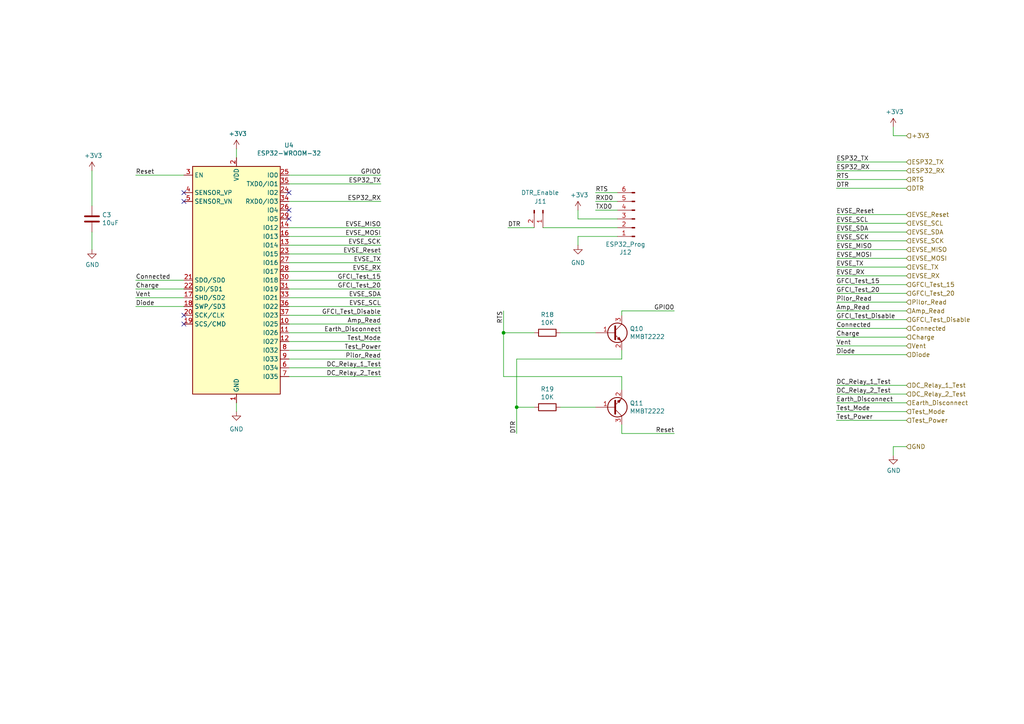
<source format=kicad_sch>
(kicad_sch (version 20211123) (generator eeschema)
  (paper "A4")
  (lib_symbols
    (symbol "Connector:Conn_01x02_Male" (pin_names (offset 1.016) hide)
      (property "Reference" "J" (at 0 2.54 0))
      (property "Value" "Conn_01x02_Male" (at 0 -5.08 0))
      (symbol "Conn_01x02_Male_1_1"
        (polyline (pts (xy 1.27 -2.54) (xy 0.8636 -2.54)) (stroke (width 0.1524)))
        (polyline (pts (xy 1.27 0) (xy 0.8636 0)) (stroke (width 0.1524)))
        (rectangle (start 0.8636 -2.413) (end 0 -2.667) (stroke (width 0.1524)) (fill (type outline)))
        (rectangle (start 0.8636 0.127) (end 0 -0.127) (stroke (width 0.1524)) (fill (type outline)))
        (pin passive line (at 5.08 0 180) (length 3.81) (name "Pin_1") (number "1"))
        (pin passive line (at 5.08 -2.54 180) (length 3.81) (name "Pin_2") (number "2"))
      )
    )
    (symbol "Connector:Conn_01x06_Male" (pin_names (offset 1.016) hide)
      (property "Reference" "J" (at 0 7.62 0))
      (property "Value" "Conn_01x06_Male" (at 0 -10.16 0))
      (symbol "Conn_01x06_Male_1_1"
        (polyline (pts (xy 1.27 -7.62) (xy 0.8636 -7.62)) (stroke (width 0.1524)))
        (polyline (pts (xy 1.27 -5.08) (xy 0.8636 -5.08)) (stroke (width 0.1524)))
        (polyline (pts (xy 1.27 -2.54) (xy 0.8636 -2.54)) (stroke (width 0.1524)))
        (polyline (pts (xy 1.27 0) (xy 0.8636 0)) (stroke (width 0.1524)))
        (polyline (pts (xy 1.27 2.54) (xy 0.8636 2.54)) (stroke (width 0.1524)))
        (polyline (pts (xy 1.27 5.08) (xy 0.8636 5.08)) (stroke (width 0.1524)))
        (rectangle (start 0.8636 -7.493) (end 0 -7.747) (stroke (width 0.1524)) (fill (type outline)))
        (rectangle (start 0.8636 -4.953) (end 0 -5.207) (stroke (width 0.1524)) (fill (type outline)))
        (rectangle (start 0.8636 -2.413) (end 0 -2.667) (stroke (width 0.1524)) (fill (type outline)))
        (rectangle (start 0.8636 0.127) (end 0 -0.127) (stroke (width 0.1524)) (fill (type outline)))
        (rectangle (start 0.8636 2.667) (end 0 2.413) (stroke (width 0.1524)) (fill (type outline)))
        (rectangle (start 0.8636 5.207) (end 0 4.953) (stroke (width 0.1524)) (fill (type outline)))
        (pin passive line (at 5.08 5.08 180) (length 3.81) (name "Pin_1") (number "1"))
        (pin passive line (at 5.08 2.54 180) (length 3.81) (name "Pin_2") (number "2"))
        (pin passive line (at 5.08 0 180) (length 3.81) (name "Pin_3") (number "3"))
        (pin passive line (at 5.08 -2.54 180) (length 3.81) (name "Pin_4") (number "4"))
        (pin passive line (at 5.08 -5.08 180) (length 3.81) (name "Pin_5") (number "5"))
        (pin passive line (at 5.08 -7.62 180) (length 3.81) (name "Pin_6") (number "6"))
      )
    )
    (symbol "Device:C" (pin_numbers hide) (pin_names (offset 0.254))
      (property "Reference" "C" (at 0.635 2.54 0))
      (property "Value" "C" (at 0.635 -2.54 0))
      (symbol "C_0_1"
        (polyline (pts (xy -2.032 -0.762) (xy 2.032 -0.762)) (stroke (width 0.508)))
        (polyline (pts (xy -2.032 0.762) (xy 2.032 0.762)) (stroke (width 0.508)))
      )
      (symbol "C_1_1"
        (pin passive line (at 0 3.81 270) (length 2.794) (name "~") (number "1"))
        (pin passive line (at 0 -3.81 90) (length 2.794) (name "~") (number "2"))
      )
    )
    (symbol "Device:R" (pin_numbers hide) (pin_names (offset 0))
      (property "Reference" "R" (at 2.032 0 90))
      (property "Value" "R" (at 0 0 90))
      (symbol "R_0_1"
        (rectangle (start -1.016 -2.54) (end 1.016 2.54) (stroke (width 0.254)))
      )
      (symbol "R_1_1"
        (pin passive line (at 0 3.81 270) (length 1.27) (name "~") (number "1"))
        (pin passive line (at 0 -3.81 90) (length 1.27) (name "~") (number "2"))
      )
    )
    (symbol "RF_Module:ESP32-WROOM-32"
      (property "Reference" "U" (at -12.7 34.29 0))
      (property "Value" "ESP32-WROOM-32" (at 1.27 34.29 0))
      (symbol "ESP32-WROOM-32_0_1"
        (rectangle (start -12.7 33.02) (end 12.7 -33.02) (stroke (width 0.254)) (fill (type background)))
      )
      (symbol "ESP32-WROOM-32_1_1"
        (pin power_in line (at 0 -35.56 90) (length 2.54) (name "GND") (number "1"))
        (pin bidirectional line (at 15.24 -12.7 180) (length 2.54) (name "IO25") (number "10"))
        (pin bidirectional line (at 15.24 -15.24 180) (length 2.54) (name "IO26") (number "11"))
        (pin bidirectional line (at 15.24 -17.78 180) (length 2.54) (name "IO27") (number "12"))
        (pin bidirectional line (at 15.24 10.16 180) (length 2.54) (name "IO14") (number "13"))
        (pin bidirectional line (at 15.24 15.24 180) (length 2.54) (name "IO12") (number "14"))
        (pin passive line (at 0 -35.56 90) (length 2.54) hide (name "GND") (number "15"))
        (pin bidirectional line (at 15.24 12.7 180) (length 2.54) (name "IO13") (number "16"))
        (pin bidirectional line (at -15.24 -5.08 0) (length 2.54) (name "SHD/SD2") (number "17"))
        (pin bidirectional line (at -15.24 -7.62 0) (length 2.54) (name "SWP/SD3") (number "18"))
        (pin bidirectional line (at -15.24 -12.7 0) (length 2.54) (name "SCS/CMD") (number "19"))
        (pin power_in line (at 0 35.56 270) (length 2.54) (name "VDD") (number "2"))
        (pin bidirectional line (at -15.24 -10.16 0) (length 2.54) (name "SCK/CLK") (number "20"))
        (pin bidirectional line (at -15.24 0 0) (length 2.54) (name "SDO/SD0") (number "21"))
        (pin bidirectional line (at -15.24 -2.54 0) (length 2.54) (name "SDI/SD1") (number "22"))
        (pin bidirectional line (at 15.24 7.62 180) (length 2.54) (name "IO15") (number "23"))
        (pin bidirectional line (at 15.24 25.4 180) (length 2.54) (name "IO2") (number "24"))
        (pin bidirectional line (at 15.24 30.48 180) (length 2.54) (name "IO0") (number "25"))
        (pin bidirectional line (at 15.24 20.32 180) (length 2.54) (name "IO4") (number "26"))
        (pin bidirectional line (at 15.24 5.08 180) (length 2.54) (name "IO16") (number "27"))
        (pin bidirectional line (at 15.24 2.54 180) (length 2.54) (name "IO17") (number "28"))
        (pin bidirectional line (at 15.24 17.78 180) (length 2.54) (name "IO5") (number "29"))
        (pin input line (at -15.24 30.48 0) (length 2.54) (name "EN") (number "3"))
        (pin bidirectional line (at 15.24 0 180) (length 2.54) (name "IO18") (number "30"))
        (pin bidirectional line (at 15.24 -2.54 180) (length 2.54) (name "IO19") (number "31"))
        (pin no_connect line (at -12.7 -27.94 0) (length 2.54) hide (name "NC") (number "32"))
        (pin bidirectional line (at 15.24 -5.08 180) (length 2.54) (name "IO21") (number "33"))
        (pin bidirectional line (at 15.24 22.86 180) (length 2.54) (name "RXD0/IO3") (number "34"))
        (pin bidirectional line (at 15.24 27.94 180) (length 2.54) (name "TXD0/IO1") (number "35"))
        (pin bidirectional line (at 15.24 -7.62 180) (length 2.54) (name "IO22") (number "36"))
        (pin bidirectional line (at 15.24 -10.16 180) (length 2.54) (name "IO23") (number "37"))
        (pin passive line (at 0 -35.56 90) (length 2.54) hide (name "GND") (number "38"))
        (pin passive line (at 0 -35.56 90) (length 2.54) hide (name "GND") (number "39"))
        (pin input line (at -15.24 25.4 0) (length 2.54) (name "SENSOR_VP") (number "4"))
        (pin input line (at -15.24 22.86 0) (length 2.54) (name "SENSOR_VN") (number "5"))
        (pin input line (at 15.24 -25.4 180) (length 2.54) (name "IO34") (number "6"))
        (pin input line (at 15.24 -27.94 180) (length 2.54) (name "IO35") (number "7"))
        (pin bidirectional line (at 15.24 -20.32 180) (length 2.54) (name "IO32") (number "8"))
        (pin bidirectional line (at 15.24 -22.86 180) (length 2.54) (name "IO33") (number "9"))
      )
    )
    (symbol "Transistor_BJT:MMBT3904" (pin_names (offset 0) hide)
      (property "Reference" "Q" (at 5.08 1.905 0))
      (property "Value" "MMBT3904" (at 5.08 0 0))
      (symbol "MMBT3904_0_1"
        (polyline (pts (xy 0.635 0.635) (xy 2.54 2.54)))
        (polyline (pts (xy 0.635 -0.635) (xy 2.54 -2.54) (xy 2.54 -2.54)))
        (polyline (pts (xy 0.635 1.905) (xy 0.635 -1.905) (xy 0.635 -1.905)) (stroke (width 0.508)))
        (polyline (pts (xy 1.27 -1.778) (xy 1.778 -1.27) (xy 2.286 -2.286) (xy 1.27 -1.778) (xy 1.27 -1.778)) (fill (type outline)))
        (circle (center 1.27 0) (radius 2.8194) (stroke (width 0.254)))
      )
      (symbol "MMBT3904_1_1"
        (pin input line (at -5.08 0 0) (length 5.715) (name "B") (number "1"))
        (pin passive line (at 2.54 -5.08 90) (length 2.54) (name "E") (number "2"))
        (pin passive line (at 2.54 5.08 270) (length 2.54) (name "C") (number "3"))
      )
    )
    (symbol "power:+3V3" (power) (pin_names (offset 0))
      (property "Value" "+3V3" (at 0 3.556 0))
      (symbol "+3V3_0_1"
        (polyline (pts (xy -0.762 1.27) (xy 0 2.54)))
        (polyline (pts (xy 0 0) (xy 0 2.54)))
        (polyline (pts (xy 0 2.54) (xy 0.762 1.27)))
      )
      (symbol "+3V3_1_1"
        (pin power_in line (at 0 0 90) (length 0) hide (name "+3V3") (number "1"))
      )
    )
    (symbol "power:GND" (power) (pin_names (offset 0))
      (property "Value" "GND" (at 0 -3.81 0))
      (symbol "GND_0_1"
        (polyline (pts (xy 0 0) (xy 0 -1.27) (xy 1.27 -1.27) (xy 0 -2.54) (xy -1.27 -1.27) (xy 0 -1.27)))
      )
      (symbol "GND_1_1"
        (pin power_in line (at 0 0 270) (length 0) hide (name "GND") (number "1"))
      )
    )
  )
  (junction (at 149.86 118.11))
  (junction (at 146.05 96.52))
  (no_connect (at 83.82 63.5))
  (no_connect (at 83.82 55.88))
  (no_connect (at 83.82 60.96))
  (no_connect (at 53.34 91.44))
  (no_connect (at 53.34 55.88))
  (no_connect (at 53.34 58.42))
  (no_connect (at 53.34 93.98))
  (wire (pts (xy 162.56 118.11) (xy 172.72 118.11)))
  (wire (pts (xy 242.57 87.63) (xy 262.89 87.63)))
  (wire (pts (xy 242.57 92.71) (xy 262.89 92.71)))
  (wire (pts (xy 39.37 83.82) (xy 53.34 83.82)))
  (wire (pts (xy 83.82 76.2) (xy 110.49 76.2)))
  (wire (pts (xy 167.64 71.12) (xy 167.64 68.58)))
  (wire (pts (xy 262.89 129.54) (xy 259.08 129.54)))
  (wire (pts (xy 172.72 58.42) (xy 179.07 58.42)))
  (wire (pts (xy 242.57 69.85) (xy 262.89 69.85)))
  (wire (pts (xy 83.82 109.22) (xy 110.49 109.22)))
  (wire (pts (xy 172.72 55.88) (xy 179.07 55.88)))
  (wire (pts (xy 83.82 96.52) (xy 110.49 96.52)))
  (wire (pts (xy 259.08 129.54) (xy 259.08 132.08)))
  (wire (pts (xy 146.05 109.22) (xy 180.34 109.22)))
  (wire (pts (xy 149.86 104.14) (xy 180.34 104.14)))
  (wire (pts (xy 149.86 118.11) (xy 154.94 118.11)))
  (wire (pts (xy 83.82 101.6) (xy 110.49 101.6)))
  (wire (pts (xy 83.82 83.82) (xy 110.49 83.82)))
  (wire (pts (xy 83.82 66.04) (xy 110.49 66.04)))
  (wire (pts (xy 39.37 50.8) (xy 53.34 50.8)))
  (wire (pts (xy 68.58 116.84) (xy 68.58 119.38)))
  (wire (pts (xy 83.82 91.44) (xy 110.49 91.44)))
  (wire (pts (xy 83.82 78.74) (xy 110.49 78.74)))
  (wire (pts (xy 242.57 49.53) (xy 262.89 49.53)))
  (wire (pts (xy 83.82 86.36) (xy 110.49 86.36)))
  (wire (pts (xy 242.57 80.01) (xy 262.89 80.01)))
  (wire (pts (xy 242.57 116.84) (xy 262.89 116.84)))
  (wire (pts (xy 83.82 104.14) (xy 110.49 104.14)))
  (wire (pts (xy 83.82 73.66) (xy 110.49 73.66)))
  (wire (pts (xy 83.82 99.06) (xy 110.49 99.06)))
  (wire (pts (xy 180.34 90.17) (xy 195.58 90.17)))
  (wire (pts (xy 147.32 66.04) (xy 154.94 66.04)))
  (wire (pts (xy 180.34 91.44) (xy 180.34 90.17)))
  (wire (pts (xy 83.82 71.12) (xy 110.49 71.12)))
  (wire (pts (xy 83.82 88.9) (xy 110.49 88.9)))
  (wire (pts (xy 242.57 100.33) (xy 262.89 100.33)))
  (wire (pts (xy 39.37 88.9) (xy 53.34 88.9)))
  (wire (pts (xy 242.57 121.92) (xy 262.89 121.92)))
  (wire (pts (xy 242.57 102.87) (xy 262.89 102.87)))
  (wire (pts (xy 167.64 63.5) (xy 179.07 63.5)))
  (wire (pts (xy 157.48 66.04) (xy 179.07 66.04)))
  (wire (pts (xy 146.05 96.52) (xy 146.05 109.22)))
  (wire (pts (xy 26.67 67.31) (xy 26.67 72.39)))
  (wire (pts (xy 259.08 39.37) (xy 259.08 36.83)))
  (wire (pts (xy 242.57 46.99) (xy 262.89 46.99)))
  (wire (pts (xy 83.82 68.58) (xy 110.49 68.58)))
  (wire (pts (xy 242.57 54.61) (xy 262.89 54.61)))
  (wire (pts (xy 242.57 111.76) (xy 262.89 111.76)))
  (wire (pts (xy 242.57 77.47) (xy 262.89 77.47)))
  (wire (pts (xy 242.57 52.07) (xy 262.89 52.07)))
  (wire (pts (xy 146.05 96.52) (xy 154.94 96.52)))
  (wire (pts (xy 242.57 114.3) (xy 262.89 114.3)))
  (wire (pts (xy 83.82 93.98) (xy 110.49 93.98)))
  (wire (pts (xy 146.05 90.17) (xy 146.05 96.52)))
  (wire (pts (xy 149.86 125.73) (xy 149.86 118.11)))
  (wire (pts (xy 180.34 123.19) (xy 180.34 125.73)))
  (wire (pts (xy 83.82 53.34) (xy 110.49 53.34)))
  (wire (pts (xy 83.82 106.68) (xy 110.49 106.68)))
  (wire (pts (xy 149.86 118.11) (xy 149.86 104.14)))
  (wire (pts (xy 180.34 125.73) (xy 195.58 125.73)))
  (wire (pts (xy 172.72 60.96) (xy 179.07 60.96)))
  (wire (pts (xy 68.58 43.18) (xy 68.58 45.72)))
  (wire (pts (xy 180.34 109.22) (xy 180.34 113.03)))
  (wire (pts (xy 242.57 119.38) (xy 262.89 119.38)))
  (wire (pts (xy 242.57 74.93) (xy 262.89 74.93)))
  (wire (pts (xy 83.82 81.28) (xy 110.49 81.28)))
  (wire (pts (xy 39.37 81.28) (xy 53.34 81.28)))
  (wire (pts (xy 26.67 49.53) (xy 26.67 59.69)))
  (wire (pts (xy 83.82 50.8) (xy 110.49 50.8)))
  (wire (pts (xy 242.57 95.25) (xy 262.89 95.25)))
  (wire (pts (xy 242.57 97.79) (xy 262.89 97.79)))
  (wire (pts (xy 262.89 39.37) (xy 259.08 39.37)))
  (wire (pts (xy 167.64 60.96) (xy 167.64 63.5)))
  (wire (pts (xy 172.72 96.52) (xy 162.56 96.52)))
  (wire (pts (xy 242.57 62.23) (xy 262.89 62.23)))
  (wire (pts (xy 39.37 86.36) (xy 53.34 86.36)))
  (wire (pts (xy 242.57 85.09) (xy 262.89 85.09)))
  (wire (pts (xy 242.57 90.17) (xy 262.89 90.17)))
  (wire (pts (xy 83.82 58.42) (xy 110.49 58.42)))
  (wire (pts (xy 242.57 72.39) (xy 262.89 72.39)))
  (wire (pts (xy 242.57 64.77) (xy 262.89 64.77)))
  (wire (pts (xy 167.64 68.58) (xy 179.07 68.58)))
  (wire (pts (xy 242.57 67.31) (xy 262.89 67.31)))
  (wire (pts (xy 242.57 82.55) (xy 262.89 82.55)))
  (wire (pts (xy 180.34 104.14) (xy 180.34 101.6)))
  (label "Connected" (at 39.37 81.28 0))
  (label "GFCI_Test_20" (at 242.57 85.09 0))
  (label "GFCI_Test_20" (at 110.49 83.82 180))
  (label "Amp_Read" (at 110.49 93.98 180))
  (label "EVSE_SCK" (at 110.49 71.12 180))
  (label "ESP32_TX" (at 242.57 46.99 0))
  (label "EVSE_RX" (at 242.57 80.01 0))
  (label "Test_Mode" (at 110.49 99.06 180))
  (label "DTR" (at 149.86 125.73 90))
  (label "Test_Power" (at 110.49 101.6 180))
  (label "Diode" (at 242.57 102.87 0))
  (label "DTR" (at 242.57 54.61 0))
  (label "Earth_Disconnect" (at 242.57 116.84 0))
  (label "Test_Power" (at 242.57 121.92 0))
  (label "RXD0" (at 172.72 58.42 0))
  (label "EVSE_SCK" (at 242.57 69.85 0))
  (label "Amp_Read" (at 242.57 90.17 0))
  (label "EVSE_MISO" (at 242.57 72.39 0))
  (label "Vent" (at 242.57 100.33 0))
  (label "Vent" (at 39.37 86.36 0))
  (label "GFCI_Test_Disable" (at 110.49 91.44 180))
  (label "Reset" (at 39.37 50.8 0))
  (label "RTS" (at 172.72 55.88 0))
  (label "EVSE_SDA" (at 110.49 86.36 180))
  (label "EVSE_MISO" (at 110.49 66.04 180))
  (label "EVSE_Reset" (at 110.49 73.66 180))
  (label "TXD0" (at 172.72 60.96 0))
  (label "EVSE_SDA" (at 242.57 67.31 0))
  (label "GPIO0" (at 195.58 90.17 180))
  (label "Earth_Disconnect" (at 110.49 96.52 180))
  (label "GFCI_Test_15" (at 110.49 81.28 180))
  (label "EVSE_RX" (at 110.49 78.74 180))
  (label "EVSE_TX" (at 110.49 76.2 180))
  (label "Test_Mode" (at 242.57 119.38 0))
  (label "RTS" (at 146.05 90.17 270))
  (label "Diode" (at 39.37 88.9 0))
  (label "EVSE_TX" (at 242.57 77.47 0))
  (label "DC_Relay_2_Test" (at 110.49 109.22 180))
  (label "ESP32_RX" (at 242.57 49.53 0))
  (label "ESP32_RX" (at 110.49 58.42 180))
  (label "Reset" (at 195.58 125.73 180))
  (label "DC_Relay_1_Test" (at 242.57 111.76 0))
  (label "Connected" (at 242.57 95.25 0))
  (label "Pilor_Read" (at 110.49 104.14 180))
  (label "GFCI_Test_Disable" (at 242.57 92.71 0))
  (label "DC_Relay_2_Test" (at 242.57 114.3 0))
  (label "EVSE_Reset" (at 242.57 62.23 0))
  (label "GFCI_Test_15" (at 242.57 82.55 0))
  (label "GPIO0" (at 110.49 50.8 180))
  (label "DC_Relay_1_Test" (at 110.49 106.68 180))
  (label "EVSE_SCL" (at 110.49 88.9 180))
  (label "Pilor_Read" (at 242.57 87.63 0))
  (label "DTR" (at 147.32 66.04 0))
  (label "Charge" (at 242.57 97.79 0))
  (label "ESP32_TX" (at 110.49 53.34 180))
  (label "Charge" (at 39.37 83.82 0))
  (label "EVSE_MOSI" (at 242.57 74.93 0))
  (label "EVSE_SCL" (at 242.57 64.77 0))
  (label "RTS" (at 242.57 52.07 0))
  (label "EVSE_MOSI" (at 110.49 68.58 180))
  (hierarchical_label "EVSE_SCK" (shape input) (at 262.89 69.85 0))
  (hierarchical_label "Test_Mode" (shape input) (at 262.89 119.38 0))
  (hierarchical_label "RTS" (shape input) (at 262.89 52.07 0))
  (hierarchical_label "ESP32_TX" (shape input) (at 262.89 46.99 0))
  (hierarchical_label "GFCI_Test_Disable" (shape input) (at 262.89 92.71 0))
  (hierarchical_label "EVSE_MISO" (shape input) (at 262.89 72.39 0))
  (hierarchical_label "Connected" (shape input) (at 262.89 95.25 0))
  (hierarchical_label "Amp_Read" (shape input) (at 262.89 90.17 0))
  (hierarchical_label "EVSE_SCL" (shape input) (at 262.89 64.77 0))
  (hierarchical_label "GFCI_Test_15" (shape input) (at 262.89 82.55 0))
  (hierarchical_label "GFCI_Test_20" (shape input) (at 262.89 85.09 0))
  (hierarchical_label "Diode" (shape input) (at 262.89 102.87 0))
  (hierarchical_label "Pilor_Read" (shape input) (at 262.89 87.63 0))
  (hierarchical_label "+3V3" (shape input) (at 262.89 39.37 0))
  (hierarchical_label "EVSE_Reset" (shape input) (at 262.89 62.23 0))
  (hierarchical_label "Charge" (shape input) (at 262.89 97.79 0))
  (hierarchical_label "EVSE_TX" (shape input) (at 262.89 77.47 0))
  (hierarchical_label "Earth_Disconnect" (shape input) (at 262.89 116.84 0))
  (hierarchical_label "DC_Relay_2_Test" (shape input) (at 262.89 114.3 0))
  (hierarchical_label "DC_Relay_1_Test" (shape input) (at 262.89 111.76 0))
  (hierarchical_label "Vent" (shape input) (at 262.89 100.33 0))
  (hierarchical_label "EVSE_SDA" (shape input) (at 262.89 67.31 0))
  (hierarchical_label "DTR" (shape input) (at 262.89 54.61 0))
  (hierarchical_label "Test_Power" (shape input) (at 262.89 121.92 0))
  (hierarchical_label "GND" (shape input) (at 262.89 129.54 0))
  (hierarchical_label "ESP32_RX" (shape input) (at 262.89 49.53 0))
  (hierarchical_label "EVSE_MOSI" (shape input) (at 262.89 74.93 0))
  (hierarchical_label "EVSE_RX" (shape input) (at 262.89 80.01 0))
  (symbol (lib_id "Transistor_BJT:MMBT3904") (at 177.8 118.11 0) (mirror x) (unit 1)
    (property "Reference" "Q11" (at 182.6514 116.9416 0) (effects (justify left)))
    (property "Value" "MMBT2222" (at 182.6514 119.253 0) (effects (justify left)))
    (property "Footprint" "Package_TO_SOT_SMD:SOT-23" (effects hide))
    (property "Datasheet" "https://www.onsemi.com/pub/Collateral/2N3903-D.PDF" (effects hide))
  )
  (symbol (lib_id "power:GND") (at 259.08 132.08 0) (unit 1)
    (property "Reference" "#PWR043" (effects hide))
    (property "Value" "GND" (at 259.207 136.4742 0))
  )
  (symbol (lib_id "power:+3V3") (at 167.64 60.96 0) (unit 1)
    (property "Reference" "#PWR059" (effects hide))
    (property "Value" "+3V3" (at 168.021 56.5658 0))
  )
  (symbol (lib_id "power:+3V3") (at 26.67 49.53 0) (unit 1)
    (property "Reference" "#PWR038" (effects hide))
    (property "Value" "+3V3" (at 27.051 45.1358 0))
  )
  (symbol (lib_id "power:GND") (at 26.67 72.39 0) (unit 1)
    (property "Reference" "#PWR042" (effects hide))
    (property "Value" "GND" (at 26.797 76.7842 0))
  )
  (symbol (lib_id "power:GND") (at 167.64 71.12 0) (unit 1)
    (property "Reference" "#PWR041" (effects hide))
    (property "Value" "GND" (at 167.64 76.2 0))
  )
  (symbol (lib_id "power:+3V3") (at 259.08 36.83 0) (unit 1)
    (property "Reference" "#PWR057" (effects hide))
    (property "Value" "+3V3" (at 259.461 32.4358 0))
  )
  (symbol (lib_id "Connector:Conn_01x02_Male") (at 157.48 60.96 270) (unit 1)
    (property "Reference" "J11" (at 154.94 58.42 90) (effects (justify left)))
    (property "Value" "DTR_Enable" (at 151.13 55.88 90) (effects (justify left)))
  )
  (symbol (lib_id "Device:C") (at 26.67 63.5 0) (unit 1)
    (property "Reference" "C3" (at 29.591 62.3316 0) (effects (justify left)))
    (property "Value" "10uF" (at 29.591 64.643 0) (effects (justify left)))
    (property "Footprint" "Capacitor_SMD:C_0805_2012Metric" (effects hide))
    (property "LCSC" "C15850" (effects hide))
  )
  (symbol (lib_id "power:GND") (at 68.58 119.38 0) (unit 1)
    (property "Reference" "#PWR039" (effects hide))
    (property "Value" "GND" (at 68.58 124.46 0))
  )
  (symbol (lib_id "Transistor_BJT:MMBT3904") (at 177.8 96.52 0) (unit 1)
    (property "Reference" "Q10" (at 182.6514 95.3516 0) (effects (justify left)))
    (property "Value" "MMBT2222" (at 182.6514 97.663 0) (effects (justify left)))
    (property "Footprint" "Package_TO_SOT_SMD:SOT-23" (effects hide))
    (property "Datasheet" "https://www.onsemi.com/pub/Collateral/2N3903-D.PDF" (effects hide))
  )
  (symbol (lib_id "power:+3V3") (at 68.58 43.18 0) (unit 1)
    (property "Reference" "#PWR056" (effects hide))
    (property "Value" "+3V3" (at 68.961 38.7858 0))
  )
  (symbol (lib_id "RF_Module:ESP32-WROOM-32") (at 68.58 81.28 0) (unit 1)
    (property "Reference" "U4" (at 83.82 42.1386 0))
    (property "Value" "ESP32-WROOM-32" (at 83.82 44.45 0))
    (property "Footprint" "RF_Module:ESP32-WROOM-32" (effects hide))
    (property "Datasheet" "https://www.espressif.com/sites/default/files/documentation/esp32-wroom-32_datasheet_en.pdf" (effects hide))
  )
  (symbol (lib_id "Device:R") (at 158.75 118.11 270) (unit 1)
    (property "Reference" "R19" (at 158.75 112.8522 90))
    (property "Value" "10K" (at 158.75 115.1636 90))
    (property "Footprint" "Resistor_SMD:R_0805_2012Metric" (effects hide))
    (property "LCSC" "C17414" (effects hide))
  )
  (symbol (lib_id "Connector:Conn_01x06_Male") (at 184.15 63.5 180) (unit 1)
    (property "Reference" "J12" (at 181.4068 73.1774 0))
    (property "Value" "ESP32_Prog" (at 181.4068 70.866 0))
  )
  (symbol (lib_id "Device:R") (at 158.75 96.52 270) (unit 1)
    (property "Reference" "R18" (at 158.75 91.2622 90))
    (property "Value" "10K" (at 158.75 93.5736 90))
    (property "Footprint" "Resistor_SMD:R_0805_2012Metric" (effects hide))
    (property "LCSC" "C17414" (effects hide))
  )
)
</source>
